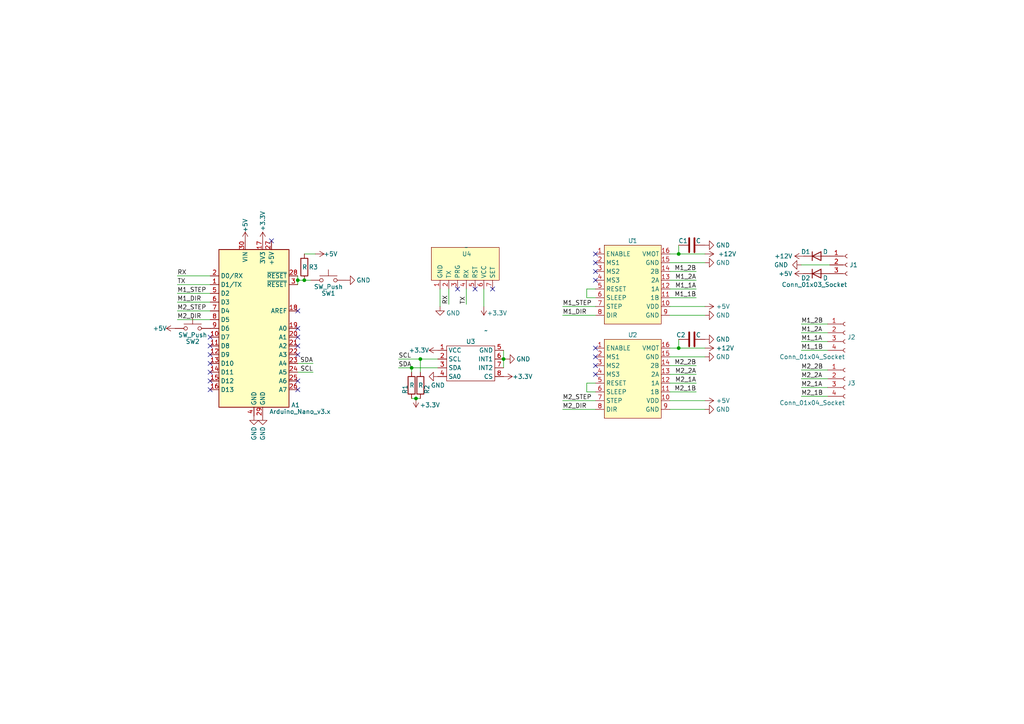
<source format=kicad_sch>
(kicad_sch (version 20230121) (generator eeschema)
  (paper "A4")
  (lib_symbols
    (symbol "A4988:A4988"
      (property "Reference" "U" (at 0 0.635 0))
      (symbol "A4988_1_1"
        (rectangle (start -8.255 -1.905) (end 8.255 -24.765) (fill (type background)))
        (pin bidirectional line (at -10.795 -4.445 0) (length 2.54) (name "ENABLE") (number "1"))
        (pin power_in line (at 10.795 -19.685 180) (length 2.54) (name "VDD") (number "10"))
        (pin output line (at 10.795 -17.145 180) (length 2.54) (name "1B") (number "11"))
        (pin output line (at 10.795 -14.605 180) (length 2.54) (name "1A") (number "12"))
        (pin output line (at 10.795 -12.065 180) (length 2.54) (name "2A") (number "13"))
        (pin output line (at 10.795 -9.525 180) (length 2.54) (name "2B") (number "14"))
        (pin power_in line (at 10.795 -6.985 180) (length 2.54) (name "GND") (number "15"))
        (pin power_in line (at 10.795 -4.445 180) (length 2.54) (name "VMOT") (number "16"))
        (pin bidirectional line (at -10.795 -6.985 0) (length 2.54) (name "MS1") (number "2"))
        (pin bidirectional line (at -10.795 -9.525 0) (length 2.54) (name "MS2") (number "3"))
        (pin bidirectional line (at -10.795 -12.065 0) (length 2.54) (name "MS3") (number "4"))
        (pin bidirectional line (at -10.795 -14.605 0) (length 2.54) (name "RESET") (number "5"))
        (pin bidirectional line (at -10.795 -17.145 0) (length 2.54) (name "SLEEP") (number "6"))
        (pin bidirectional line (at -10.795 -19.685 0) (length 2.54) (name "STEP") (number "7"))
        (pin bidirectional line (at -10.795 -22.225 0) (length 2.54) (name "DIR") (number "8"))
        (pin power_in line (at 10.795 -22.225 180) (length 2.54) (name "GND") (number "9"))
      )
    )
    (symbol "Connector:Conn_01x03_Socket" (pin_names (offset 1.016) hide)
      (property "Reference" "J" (at 0 5.08 0))
      (property "Value" "Conn_01x03_Socket" (at 0 -5.08 0))
      (symbol "Conn_01x03_Socket_1_1"
        (arc (start 0 -2.032) (mid -0.5058 -2.54) (end 0 -3.048) (stroke (width 0.1524)))
        (polyline (pts (xy -1.27 -2.54) (xy -0.508 -2.54)) (stroke (width 0.1524)))
        (polyline (pts (xy -1.27 0) (xy -0.508 0)) (stroke (width 0.1524)))
        (polyline (pts (xy -1.27 2.54) (xy -0.508 2.54)) (stroke (width 0.1524)))
        (arc (start 0 0.508) (mid -0.5058 0) (end 0 -0.508) (stroke (width 0.1524)))
        (arc (start 0 3.048) (mid -0.5058 2.54) (end 0 2.032) (stroke (width 0.1524)))
        (pin passive line (at -5.08 2.54 0) (length 3.81) (name "Pin_1") (number "1"))
        (pin passive line (at -5.08 0 0) (length 3.81) (name "Pin_2") (number "2"))
        (pin passive line (at -5.08 -2.54 0) (length 3.81) (name "Pin_3") (number "3"))
      )
    )
    (symbol "Connector:Conn_01x04_Socket" (pin_names (offset 1.016) hide)
      (property "Reference" "J" (at 0 5.08 0))
      (property "Value" "Conn_01x04_Socket" (at 0 -7.62 0))
      (symbol "Conn_01x04_Socket_1_1"
        (arc (start 0 -4.572) (mid -0.5058 -5.08) (end 0 -5.588) (stroke (width 0.1524)))
        (arc (start 0 -2.032) (mid -0.5058 -2.54) (end 0 -3.048) (stroke (width 0.1524)))
        (polyline (pts (xy -1.27 -5.08) (xy -0.508 -5.08)) (stroke (width 0.1524)))
        (polyline (pts (xy -1.27 -2.54) (xy -0.508 -2.54)) (stroke (width 0.1524)))
        (polyline (pts (xy -1.27 0) (xy -0.508 0)) (stroke (width 0.1524)))
        (polyline (pts (xy -1.27 2.54) (xy -0.508 2.54)) (stroke (width 0.1524)))
        (arc (start 0 0.508) (mid -0.5058 0) (end 0 -0.508) (stroke (width 0.1524)))
        (arc (start 0 3.048) (mid -0.5058 2.54) (end 0 2.032) (stroke (width 0.1524)))
        (pin passive line (at -5.08 2.54 0) (length 3.81) (name "Pin_1") (number "1"))
        (pin passive line (at -5.08 0 0) (length 3.81) (name "Pin_2") (number "2"))
        (pin passive line (at -5.08 -2.54 0) (length 3.81) (name "Pin_3") (number "3"))
        (pin passive line (at -5.08 -5.08 0) (length 3.81) (name "Pin_4") (number "4"))
      )
    )
    (symbol "Device:C" (pin_numbers hide) (pin_names (offset 0.254))
      (property "Reference" "C" (at 0.635 2.54 0))
      (property "Value" "C" (at 0.635 -2.54 0))
      (symbol "C_0_1"
        (polyline (pts (xy -2.032 -0.762) (xy 2.032 -0.762)) (stroke (width 0.508)))
        (polyline (pts (xy -2.032 0.762) (xy 2.032 0.762)) (stroke (width 0.508)))
      )
      (symbol "C_1_1"
        (pin passive line (at 0 3.81 270) (length 2.794) (name "~") (number "1"))
        (pin passive line (at 0 -3.81 90) (length 2.794) (name "~") (number "2"))
      )
    )
    (symbol "Device:D" (pin_numbers hide) (pin_names (offset 1.016) hide)
      (property "Reference" "D" (at 0 2.54 0))
      (property "Value" "D" (at 0 -2.54 0))
      (symbol "D_0_1"
        (polyline (pts (xy -1.27 1.27) (xy -1.27 -1.27)) (stroke (width 0.254)))
        (polyline (pts (xy 1.27 0) (xy -1.27 0)))
        (polyline (pts (xy 1.27 1.27) (xy 1.27 -1.27) (xy -1.27 0) (xy 1.27 1.27)) (stroke (width 0.254)))
      )
      (symbol "D_1_1"
        (pin passive line (at -3.81 0 0) (length 2.54) (name "K") (number "1"))
        (pin passive line (at 3.81 0 180) (length 2.54) (name "A") (number "2"))
      )
    )
    (symbol "Device:R" (pin_numbers hide) (pin_names (offset 0))
      (property "Reference" "R" (at 2.032 0 90))
      (property "Value" "R" (at 0 0 90))
      (symbol "R_0_1"
        (rectangle (start -1.016 -2.54) (end 1.016 2.54) (stroke (width 0.254)))
      )
      (symbol "R_1_1"
        (pin passive line (at 0 3.81 270) (length 1.27) (name "~") (number "1"))
        (pin passive line (at 0 -3.81 90) (length 1.27) (name "~") (number "2"))
      )
    )
    (symbol "L3GD20H_Module:L3GD20H_module"
      (property "Reference" "U3" (at 0.635 6.35 0))
      (property "Value" "~" (at 5.08 9.525 0))
      (symbol "L3GD20H_module_0_1"
        (rectangle (start -6.35 5.08) (end 7.62 -5.08))
      )
      (symbol "L3GD20H_module_1_1"
        (pin power_in line (at -8.89 3.81 0) (length 2.54) (name "VCC") (number "1"))
        (pin output line (at -8.89 1.27 0) (length 2.54) (name "SCL") (number "2"))
        (pin output line (at -8.89 -1.27 0) (length 2.54) (name "SDA") (number "3"))
        (pin output line (at -8.89 -3.81 0) (length 2.54) (name "SA0") (number "4"))
        (pin output line (at 10.16 3.81 180) (length 2.54) (name "GND") (number "5"))
        (pin output line (at 10.16 1.27 180) (length 2.54) (name "INT1") (number "6"))
        (pin output line (at 10.16 -1.27 180) (length 2.54) (name "INT2") (number "7"))
        (pin output line (at 10.16 -3.81 180) (length 2.54) (name "CS") (number "8"))
      )
    )
    (symbol "MCU_Module:Arduino_Nano_v3.x"
      (property "Reference" "A" (at -10.16 23.495 0))
      (property "Value" "Arduino_Nano_v3.x" (at 5.08 -24.13 0))
      (symbol "Arduino_Nano_v3.x_0_1"
        (rectangle (start -10.16 22.86) (end 10.16 -22.86) (stroke (width 0.254)) (fill (type background)))
      )
      (symbol "Arduino_Nano_v3.x_1_1"
        (pin bidirectional line (at -12.7 12.7 0) (length 2.54) (name "D1/TX") (number "1"))
        (pin bidirectional line (at -12.7 -2.54 0) (length 2.54) (name "D7") (number "10"))
        (pin bidirectional line (at -12.7 -5.08 0) (length 2.54) (name "D8") (number "11"))
        (pin bidirectional line (at -12.7 -7.62 0) (length 2.54) (name "D9") (number "12"))
        (pin bidirectional line (at -12.7 -10.16 0) (length 2.54) (name "D10") (number "13"))
        (pin bidirectional line (at -12.7 -12.7 0) (length 2.54) (name "D11") (number "14"))
        (pin bidirectional line (at -12.7 -15.24 0) (length 2.54) (name "D12") (number "15"))
        (pin bidirectional line (at -12.7 -17.78 0) (length 2.54) (name "D13") (number "16"))
        (pin power_out line (at 2.54 25.4 270) (length 2.54) (name "3V3") (number "17"))
        (pin input line (at 12.7 5.08 180) (length 2.54) (name "AREF") (number "18"))
        (pin bidirectional line (at 12.7 0 180) (length 2.54) (name "A0") (number "19"))
        (pin bidirectional line (at -12.7 15.24 0) (length 2.54) (name "D0/RX") (number "2"))
        (pin bidirectional line (at 12.7 -2.54 180) (length 2.54) (name "A1") (number "20"))
        (pin bidirectional line (at 12.7 -5.08 180) (length 2.54) (name "A2") (number "21"))
        (pin bidirectional line (at 12.7 -7.62 180) (length 2.54) (name "A3") (number "22"))
        (pin bidirectional line (at 12.7 -10.16 180) (length 2.54) (name "A4") (number "23"))
        (pin bidirectional line (at 12.7 -12.7 180) (length 2.54) (name "A5") (number "24"))
        (pin bidirectional line (at 12.7 -15.24 180) (length 2.54) (name "A6") (number "25"))
        (pin bidirectional line (at 12.7 -17.78 180) (length 2.54) (name "A7") (number "26"))
        (pin power_out line (at 5.08 25.4 270) (length 2.54) (name "+5V") (number "27"))
        (pin input line (at 12.7 15.24 180) (length 2.54) (name "~{RESET}") (number "28"))
        (pin power_in line (at 2.54 -25.4 90) (length 2.54) (name "GND") (number "29"))
        (pin input line (at 12.7 12.7 180) (length 2.54) (name "~{RESET}") (number "3"))
        (pin power_in line (at -2.54 25.4 270) (length 2.54) (name "VIN") (number "30"))
        (pin power_in line (at 0 -25.4 90) (length 2.54) (name "GND") (number "4"))
        (pin bidirectional line (at -12.7 10.16 0) (length 2.54) (name "D2") (number "5"))
        (pin bidirectional line (at -12.7 7.62 0) (length 2.54) (name "D3") (number "6"))
        (pin bidirectional line (at -12.7 5.08 0) (length 2.54) (name "D4") (number "7"))
        (pin bidirectional line (at -12.7 2.54 0) (length 2.54) (name "D5") (number "8"))
        (pin bidirectional line (at -12.7 0 0) (length 2.54) (name "D6") (number "9"))
      )
    )
    (symbol "Switch:SW_Push" (pin_numbers hide) (pin_names (offset 1.016) hide)
      (property "Reference" "SW" (at 1.27 2.54 0))
      (property "Value" "SW_Push" (at 0 -1.524 0))
      (symbol "SW_Push_0_1"
        (circle (center -2.032 0) (radius 0.508))
        (polyline (pts (xy 0 1.27) (xy 0 3.048)))
        (polyline (pts (xy 2.54 1.27) (xy -2.54 1.27)))
        (circle (center 2.032 0) (radius 0.508))
        (pin passive line (at -5.08 0 0) (length 2.54) (name "1") (number "1"))
        (pin passive line (at 5.08 0 180) (length 2.54) (name "2") (number "2"))
      )
    )
    (symbol "TweliteUART:TweliteUART"
      (property "Reference" "U" (at 0 -1.905 0))
      (symbol "TweliteUART_1_1"
        (rectangle (start -10.16 0) (end 9.525 -9.525) (fill (type background)))
        (pin power_in line (at -7.62 -12.065 90) (length 2.54) (name "GND") (number "1"))
        (pin output line (at -5.08 -12.065 90) (length 2.54) (name "TX") (number "2"))
        (pin bidirectional line (at -2.54 -12.065 90) (length 2.54) (name "PRG") (number "3"))
        (pin input line (at 0 -12.065 90) (length 2.54) (name "RX") (number "4"))
        (pin bidirectional line (at 2.54 -12.065 90) (length 2.54) (name "RST") (number "5"))
        (pin power_in line (at 5.08 -12.065 90) (length 2.54) (name "VCC") (number "6"))
        (pin bidirectional line (at 7.62 -12.065 90) (length 2.54) (name "SET") (number "7"))
      )
    )
    (symbol "power:+12V" (power) (pin_names (offset 0))
      (property "Value" "+12V" (at 0 3.556 0))
      (symbol "+12V_0_1"
        (polyline (pts (xy -0.762 1.27) (xy 0 2.54)))
        (polyline (pts (xy 0 0) (xy 0 2.54)))
        (polyline (pts (xy 0 2.54) (xy 0.762 1.27)))
      )
      (symbol "+12V_1_1"
        (pin power_in line (at 0 0 90) (length 0) hide (name "+12V") (number "1"))
      )
    )
    (symbol "power:+3.3V" (power) (pin_names (offset 0))
      (property "Value" "+3.3V" (at 0 3.556 0))
      (symbol "+3.3V_0_1"
        (polyline (pts (xy -0.762 1.27) (xy 0 2.54)))
        (polyline (pts (xy 0 0) (xy 0 2.54)))
        (polyline (pts (xy 0 2.54) (xy 0.762 1.27)))
      )
      (symbol "+3.3V_1_1"
        (pin power_in line (at 0 0 90) (length 0) hide (name "+3.3V") (number "1"))
      )
    )
    (symbol "power:+5V" (power) (pin_names (offset 0))
      (property "Value" "+5V" (at 0 3.556 0))
      (symbol "+5V_0_1"
        (polyline (pts (xy -0.762 1.27) (xy 0 2.54)))
        (polyline (pts (xy 0 0) (xy 0 2.54)))
        (polyline (pts (xy 0 2.54) (xy 0.762 1.27)))
      )
      (symbol "+5V_1_1"
        (pin power_in line (at 0 0 90) (length 0) hide (name "+5V") (number "1"))
      )
    )
    (symbol "power:GND" (power) (pin_names (offset 0))
      (property "Value" "GND" (at 0 -3.81 0))
      (symbol "GND_0_1"
        (polyline (pts (xy 0 0) (xy 0 -1.27) (xy 1.27 -1.27) (xy 0 -2.54) (xy -1.27 -1.27) (xy 0 -1.27)))
      )
      (symbol "GND_1_1"
        (pin power_in line (at 0 0 270) (length 0) hide (name "GND") (number "1"))
      )
    )
  )
  (junction (at 196.85 73.66))
  (junction (at 86.36 81.28))
  (junction (at 146.05 104.14))
  (junction (at 121.92 104.14))
  (junction (at 196.85 100.965))
  (junction (at 88.265 81.28))
  (junction (at 119.38 106.68))
  (junction (at 120.65 115.57))
  (no_connect (at 132.715 83.82))
  (no_connect (at 86.36 90.17))
  (no_connect (at 142.875 83.82))
  (no_connect (at 86.36 110.49))
  (no_connect (at 60.96 102.87))
  (no_connect (at 78.74 69.85))
  (no_connect (at 60.96 105.41))
  (no_connect (at 60.96 113.03))
  (no_connect (at 172.72 100.965))
  (no_connect (at 172.72 81.28))
  (no_connect (at 86.36 102.87))
  (no_connect (at 60.96 100.33))
  (no_connect (at 172.72 106.045))
  (no_connect (at 86.36 97.79))
  (no_connect (at 137.795 83.82))
  (no_connect (at 86.36 100.33))
  (no_connect (at 172.72 78.74))
  (no_connect (at 172.72 103.505))
  (no_connect (at 86.36 95.25))
  (no_connect (at 60.96 97.79))
  (no_connect (at 86.36 113.03))
  (no_connect (at 172.72 108.585))
  (no_connect (at 172.72 73.66))
  (no_connect (at 172.72 76.2))
  (no_connect (at 60.96 107.95))
  (no_connect (at 60.96 110.49))
  (wire (pts (xy 194.31 111.125) (xy 201.93 111.125)))
  (wire (pts (xy 86.36 80.01) (xy 86.36 81.28)))
  (wire (pts (xy 146.05 101.6) (xy 146.05 104.14)))
  (wire (pts (xy 86.36 81.28) (xy 86.36 82.55)))
  (wire (pts (xy 172.72 83.82) (xy 170.18 83.82)))
  (wire (pts (xy 194.31 83.82) (xy 201.93 83.82)))
  (wire (pts (xy 172.72 88.9) (xy 163.195 88.9)))
  (wire (pts (xy 135.255 88.265) (xy 135.255 83.82)))
  (wire (pts (xy 194.31 116.205) (xy 204.47 116.205)))
  (wire (pts (xy 204.47 103.505) (xy 194.31 103.505)))
  (wire (pts (xy 240.03 107.315) (xy 232.41 107.315)))
  (wire (pts (xy 172.72 116.205) (xy 163.195 116.205)))
  (wire (pts (xy 194.31 100.965) (xy 196.85 100.965)))
  (wire (pts (xy 119.38 106.68) (xy 119.38 107.95)))
  (wire (pts (xy 88.265 81.28) (xy 86.36 81.28)))
  (wire (pts (xy 170.18 86.36) (xy 172.72 86.36)))
  (wire (pts (xy 172.72 111.125) (xy 170.18 111.125)))
  (wire (pts (xy 194.31 78.74) (xy 201.93 78.74)))
  (wire (pts (xy 121.92 104.14) (xy 127 104.14)))
  (wire (pts (xy 196.85 98.425) (xy 196.85 100.965)))
  (wire (pts (xy 90.805 107.95) (xy 86.36 107.95)))
  (wire (pts (xy 172.72 91.44) (xy 163.195 91.44)))
  (wire (pts (xy 60.96 90.17) (xy 51.435 90.17)))
  (wire (pts (xy 119.38 106.68) (xy 127 106.68)))
  (wire (pts (xy 120.65 115.57) (xy 121.92 115.57)))
  (wire (pts (xy 196.85 73.66) (xy 204.47 73.66)))
  (wire (pts (xy 240.03 93.98) (xy 232.41 93.98)))
  (wire (pts (xy 115.57 104.14) (xy 121.92 104.14)))
  (wire (pts (xy 194.31 108.585) (xy 201.93 108.585)))
  (wire (pts (xy 204.47 76.2) (xy 194.31 76.2)))
  (wire (pts (xy 196.85 100.965) (xy 204.47 100.965)))
  (wire (pts (xy 170.18 111.125) (xy 170.18 113.665)))
  (wire (pts (xy 130.175 88.265) (xy 130.175 83.82)))
  (wire (pts (xy 194.31 113.665) (xy 201.93 113.665)))
  (wire (pts (xy 240.03 96.52) (xy 232.41 96.52)))
  (wire (pts (xy 194.31 86.36) (xy 201.93 86.36)))
  (wire (pts (xy 146.05 104.14) (xy 146.05 106.68)))
  (wire (pts (xy 240.03 101.6) (xy 232.41 101.6)))
  (wire (pts (xy 240.03 112.395) (xy 232.41 112.395)))
  (wire (pts (xy 119.38 115.57) (xy 120.65 115.57)))
  (wire (pts (xy 232.41 76.835) (xy 240.665 76.835)))
  (wire (pts (xy 90.805 105.41) (xy 86.36 105.41)))
  (wire (pts (xy 127.635 83.82) (xy 127.635 88.9)))
  (wire (pts (xy 170.18 83.82) (xy 170.18 86.36)))
  (wire (pts (xy 240.03 99.06) (xy 232.41 99.06)))
  (wire (pts (xy 194.31 73.66) (xy 196.85 73.66)))
  (wire (pts (xy 60.96 85.09) (xy 51.435 85.09)))
  (wire (pts (xy 204.47 118.745) (xy 194.31 118.745)))
  (wire (pts (xy 172.72 118.745) (xy 163.195 118.745)))
  (wire (pts (xy 146.685 104.14) (xy 146.05 104.14)))
  (wire (pts (xy 194.31 81.28) (xy 201.93 81.28)))
  (wire (pts (xy 140.335 83.82) (xy 140.335 88.9)))
  (wire (pts (xy 204.47 91.44) (xy 194.31 91.44)))
  (wire (pts (xy 91.44 73.66) (xy 88.265 73.66)))
  (wire (pts (xy 60.96 92.71) (xy 51.435 92.71)))
  (wire (pts (xy 115.57 106.68) (xy 119.38 106.68)))
  (wire (pts (xy 240.03 114.935) (xy 232.41 114.935)))
  (wire (pts (xy 90.17 81.28) (xy 88.265 81.28)))
  (wire (pts (xy 196.85 71.12) (xy 196.85 73.66)))
  (wire (pts (xy 240.03 109.855) (xy 232.41 109.855)))
  (wire (pts (xy 121.92 104.14) (xy 121.92 107.95)))
  (wire (pts (xy 60.96 87.63) (xy 51.435 87.63)))
  (wire (pts (xy 194.31 88.9) (xy 204.47 88.9)))
  (wire (pts (xy 51.435 82.55) (xy 60.96 82.55)))
  (wire (pts (xy 194.31 106.045) (xy 201.93 106.045)))
  (wire (pts (xy 170.18 113.665) (xy 172.72 113.665)))
  (wire (pts (xy 51.435 80.01) (xy 60.96 80.01)))
  (label "RX" (at 130.175 88.265 90))
  (label "TX" (at 51.435 82.55 0))
  (label "M1_2A" (at 232.41 96.52 0))
  (label "M1_2B" (at 232.41 93.98 0))
  (label "M1_2B" (at 201.93 78.74 180))
  (label "M2_2A" (at 201.93 108.585 180))
  (label "M2_1B" (at 232.41 114.935 0))
  (label "M2_1B" (at 201.93 113.665 180))
  (label "M1_1B" (at 232.41 101.6 0))
  (label "M1_1B" (at 201.93 86.36 180))
  (label "SCL" (at 90.805 107.95 180))
  (label "M1_STEP" (at 163.195 88.9 0))
  (label "M1_STEP" (at 51.435 85.09 0))
  (label "TX" (at 135.255 88.265 90))
  (label "M2_DIR" (at 51.435 92.71 0))
  (label "M1_2A" (at 201.93 81.28 180))
  (label "M2_2B" (at 201.93 106.045 180))
  (label "M2_DIR" (at 163.195 118.745 0))
  (label "SDA" (at 90.805 105.41 180))
  (label "M1_1A" (at 201.93 83.82 180))
  (label "M2_2A" (at 232.41 109.855 0))
  (label "M2_STEP" (at 51.435 90.17 0))
  (label "M1_DIR" (at 51.435 87.63 0))
  (label "M2_STEP" (at 163.195 116.205 0))
  (label "M1_1A" (at 232.41 99.06 0))
  (label "SDA" (at 115.57 106.68 0))
  (label "SCL" (at 115.57 104.14 0))
  (label "M2_1A" (at 232.41 112.395 0))
  (label "RX" (at 51.435 80.01 0))
  (label "M1_DIR" (at 163.195 91.44 0))
  (label "M2_1A" (at 201.93 111.125 180))
  (label "M2_2B" (at 232.41 107.315 0))
  (symbol (lib_id "power:GND") (at 146.685 104.14 90) (unit 1)
    (property "Reference" "#PWR019" (effects hide))
    (property "Value" "GND" (at 151.765 104.14 90))
  )
  (symbol (lib_id "power:GND") (at 232.41 76.835 270) (unit 1)
    (property "Reference" "#PWR02" (effects hide))
    (property "Value" "GND" (at 228.6 76.835 90) (effects (justify right)))
  )
  (symbol (lib_id "power:GND") (at 127 109.22 270) (unit 1)
    (property "Reference" "#PWR022" (effects hide))
    (property "Value" "GND" (at 127 111.76 90))
  )
  (symbol (lib_id "Connector:Conn_01x04_Socket") (at 245.11 96.52 0) (unit 1)
    (property "Reference" "J2" (at 245.745 97.79 0) (effects (justify left)))
    (property "Value" "Conn_01x04_Socket" (at 226.06 103.505 0) (effects (justify left)))
  )
  (symbol (lib_id "power:+12V") (at 204.47 73.66 270) (unit 1)
    (property "Reference" "#PWR010" (effects hide))
    (property "Value" "+12V" (at 208.28 73.66 90) (effects (justify left)))
  )
  (symbol (lib_id "power:+12V") (at 233.045 74.295 90) (unit 1)
    (property "Reference" "#PWR01" (effects hide))
    (property "Value" "+12V" (at 229.87 74.295 90) (effects (justify left)))
  )
  (symbol (lib_id "Device:R") (at 119.38 111.76 0) (unit 1)
    (property "Reference" "R1" (at 117.475 114.3 90) (effects (justify left)))
    (property "Value" "R" (at 118.745 111.76 0) (effects (justify left)))
  )
  (symbol (lib_id "power:+5V") (at 204.47 88.9 270) (unit 1)
    (property "Reference" "#PWR07" (effects hide))
    (property "Value" "+5V" (at 207.645 88.9 90) (effects (justify left)))
  )
  (symbol (lib_id "L3GD20H_Module:L3GD20H_module") (at 135.89 105.41 0) (unit 1)
    (property "Reference" "U3" (at 136.525 99.06 0))
    (property "Value" "~" (at 140.97 95.885 0))
  )
  (symbol (lib_id "power:+3.3V") (at 127 101.6 90) (unit 1)
    (property "Reference" "#PWR021" (effects hide))
    (property "Value" "+3.3V" (at 124.46 101.6 90) (effects (justify left)))
  )
  (symbol (lib_id "power:+5V") (at 233.045 79.375 90) (unit 1)
    (property "Reference" "#PWR03" (effects hide))
    (property "Value" "+5V" (at 229.87 79.375 90) (effects (justify left)))
  )
  (symbol (lib_id "power:+3.3V") (at 140.335 88.9 180) (unit 1)
    (property "Reference" "#PWR018" (effects hide))
    (property "Value" "+3.3V" (at 144.145 90.805 0))
  )
  (symbol (lib_id "Switch:SW_Push") (at 95.25 81.28 0) (unit 1)
    (property "Reference" "SW1" (at 95.25 85.09 0))
    (property "Value" "SW_Push" (at 95.25 83.185 0))
  )
  (symbol (lib_id "power:GND") (at 204.47 71.12 90) (unit 1)
    (property "Reference" "#PWR012" (effects hide))
    (property "Value" "GND" (at 207.645 71.12 90) (effects (justify right)))
  )
  (symbol (lib_id "A4988:A4988") (at 183.515 69.215 0) (unit 1)
    (property "Reference" "U1" (at 183.515 69.85 0))
    (property "Value" "~" (at 183.515 69.215 0))
  )
  (symbol (lib_id "power:GND") (at 73.66 120.65 0) (unit 1)
    (property "Reference" "#PWR014" (effects hide))
    (property "Value" "GND" (at 73.66 125.73 90))
  )
  (symbol (lib_id "power:+5V") (at 50.8 95.25 90) (unit 1)
    (property "Reference" "#PWR025" (effects hide))
    (property "Value" "+5V" (at 46.355 95.25 90))
  )
  (symbol (lib_id "power:+3.3V") (at 146.05 109.22 270) (unit 1)
    (property "Reference" "#PWR020" (effects hide))
    (property "Value" "+3.3V" (at 148.59 109.22 90) (effects (justify left)))
  )
  (symbol (lib_id "power:GND") (at 127.635 88.9 0) (unit 1)
    (property "Reference" "#PWR016" (effects hide))
    (property "Value" "GND" (at 131.445 90.805 0))
  )
  (symbol (lib_id "power:+12V") (at 204.47 100.965 270) (unit 1)
    (property "Reference" "#PWR011" (effects hide))
    (property "Value" "+12V" (at 207.645 100.965 90) (effects (justify left)))
  )
  (symbol (lib_id "power:GND") (at 204.47 91.44 90) (unit 1)
    (property "Reference" "#PWR08" (effects hide))
    (property "Value" "GND" (at 207.645 91.44 90) (effects (justify right)))
  )
  (symbol (lib_id "power:GND") (at 204.47 118.745 90) (unit 1)
    (property "Reference" "#PWR04" (effects hide))
    (property "Value" "GND" (at 207.645 118.745 90) (effects (justify right)))
  )
  (symbol (lib_id "Device:C") (at 200.66 71.12 270) (unit 1)
    (property "Reference" "C1" (at 198.12 69.85 90))
    (property "Value" "C" (at 202.565 69.85 90))
  )
  (symbol (lib_id "power:GND") (at 76.2 120.65 0) (unit 1)
    (property "Reference" "#PWR015" (effects hide))
    (property "Value" "GND" (at 76.2 125.73 90))
  )
  (symbol (lib_id "Device:R") (at 121.92 111.76 0) (unit 1)
    (property "Reference" "R2" (at 123.825 114.3 90) (effects (justify left)))
    (property "Value" "R" (at 121.285 111.76 0) (effects (justify left)))
  )
  (symbol (lib_id "power:GND") (at 204.47 76.2 90) (unit 1)
    (property "Reference" "#PWR09" (effects hide))
    (property "Value" "GND" (at 207.645 76.2 90) (effects (justify right)))
  )
  (symbol (lib_id "power:GND") (at 204.47 98.425 90) (unit 1)
    (property "Reference" "#PWR013" (effects hide))
    (property "Value" "GND" (at 207.645 98.425 90) (effects (justify right)))
  )
  (symbol (lib_id "Device:R") (at 88.265 77.47 0) (unit 1)
    (property "Reference" "R3" (at 89.535 77.47 0) (effects (justify left)))
    (property "Value" "R" (at 87.63 77.47 0) (effects (justify left)))
  )
  (symbol (lib_id "power:+3.3V") (at 120.65 115.57 180) (unit 1)
    (property "Reference" "#PWR023" (effects hide))
    (property "Value" "+3.3V" (at 127.635 117.475 0) (effects (justify left)))
  )
  (symbol (lib_id "Device:D") (at 236.855 79.375 0) (unit 1)
    (property "Reference" "D2" (at 233.68 80.645 0))
    (property "Value" "D" (at 239.395 80.645 0))
    (property "Sim.Device" "D" (effects hide))
    (property "Sim.Pins" "1=K 2=A" (effects hide))
  )
  (symbol (lib_id "MCU_Module:Arduino_Nano_v3.x") (at 73.66 95.25 0) (unit 1)
    (property "Reference" "A1" (at 84.455 117.475 0) (effects (justify left)))
    (property "Value" "Arduino_Nano_v3.x" (at 78.105 119.38 0) (effects (justify left)))
    (property "Footprint" "Module:Arduino_Nano" (effects hide))
    (property "Datasheet" "http://www.mouser.com/pdfdocs/Gravitech_Arduino_Nano3_0.pdf" (effects hide))
  )
  (symbol (lib_id "A4988:A4988") (at 183.515 96.52 0) (unit 1)
    (property "Reference" "U2" (at 183.515 97.155 0))
    (property "Value" "~" (at 183.515 96.52 0))
  )
  (symbol (lib_id "Switch:SW_Push") (at 55.88 95.25 0) (unit 1)
    (property "Reference" "SW2" (at 55.88 99.06 0))
    (property "Value" "SW_Push" (at 55.88 97.155 0))
  )
  (symbol (lib_id "Connector:Conn_01x03_Socket") (at 245.745 76.835 0) (unit 1)
    (property "Reference" "J1" (at 246.38 76.835 0) (effects (justify left)))
    (property "Value" "Conn_01x03_Socket" (at 226.695 82.55 0) (effects (justify left)))
  )
  (symbol (lib_id "Device:D") (at 236.855 74.295 0) (unit 1)
    (property "Reference" "D1" (at 233.68 73.025 0))
    (property "Value" "D" (at 239.395 73.025 0))
    (property "Sim.Device" "D" (effects hide))
    (property "Sim.Pins" "1=K 2=A" (effects hide))
  )
  (symbol (lib_id "power:GND") (at 100.33 81.28 90) (unit 1)
    (property "Reference" "#PWR026" (effects hide))
    (property "Value" "GND" (at 105.41 81.28 90))
  )
  (symbol (lib_id "Connector:Conn_01x04_Socket") (at 245.11 109.855 0) (unit 1)
    (property "Reference" "J3" (at 245.745 111.125 0) (effects (justify left)))
    (property "Value" "Conn_01x04_Socket" (at 226.06 116.84 0) (effects (justify left)))
  )
  (symbol (lib_id "power:GND") (at 204.47 103.505 90) (unit 1)
    (property "Reference" "#PWR05" (effects hide))
    (property "Value" "GND" (at 207.645 103.505 90) (effects (justify right)))
  )
  (symbol (lib_id "power:+5V") (at 71.12 69.85 0) (unit 1)
    (property "Reference" "#PWR024" (effects hide))
    (property "Value" "+5V" (at 71.12 65.405 90))
  )
  (symbol (lib_id "power:+5V") (at 204.47 116.205 270) (unit 1)
    (property "Reference" "#PWR06" (effects hide))
    (property "Value" "+5V" (at 207.645 116.205 90) (effects (justify left)))
  )
  (symbol (lib_id "Device:C") (at 200.66 98.425 270) (unit 1)
    (property "Reference" "C2" (at 197.485 97.155 90))
    (property "Value" "C" (at 202.565 97.155 90))
  )
  (symbol (lib_id "power:+3.3V") (at 76.2 69.85 0) (unit 1)
    (property "Reference" "#PWR017" (effects hide))
    (property "Value" "+3.3V" (at 76.2 64.135 90))
  )
  (symbol (lib_id "power:+5V") (at 91.44 73.66 270) (unit 1)
    (property "Reference" "#PWR027" (effects hide))
    (property "Value" "+5V" (at 95.885 73.66 90))
  )
  (symbol (lib_id "TweliteUART:TweliteUART") (at 135.255 71.755 0) (unit 1)
    (property "Reference" "U4" (at 133.985 73.66 0) (effects (justify left)))
    (property "Value" "~" (at 135.255 71.755 0))
  )
)
</source>
